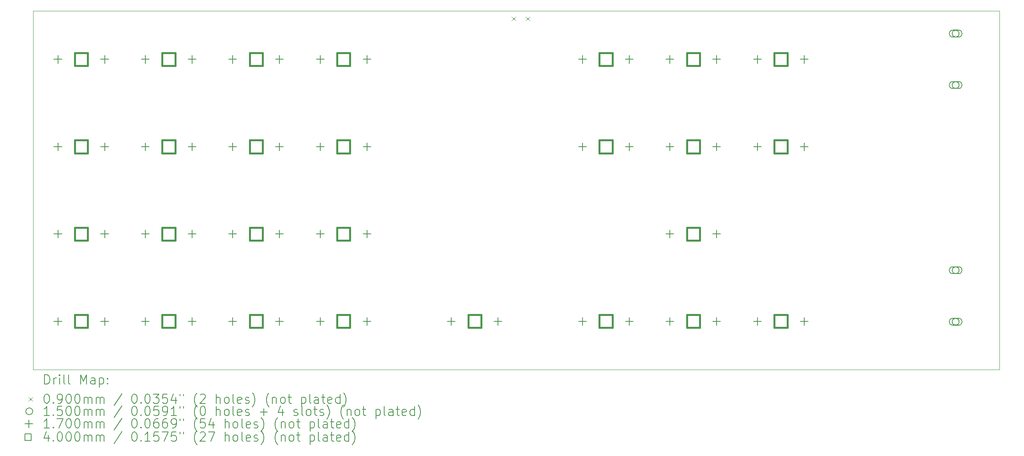
<source format=gbr>
%TF.GenerationSoftware,KiCad,Pcbnew,(6.0.7-1)-1*%
%TF.CreationDate,2022-09-14T08:57:57+02:00*%
%TF.ProjectId,yts-pcb,7974732d-7063-4622-9e6b-696361645f70,rev?*%
%TF.SameCoordinates,Original*%
%TF.FileFunction,Drillmap*%
%TF.FilePolarity,Positive*%
%FSLAX45Y45*%
G04 Gerber Fmt 4.5, Leading zero omitted, Abs format (unit mm)*
G04 Created by KiCad (PCBNEW (6.0.7-1)-1) date 2022-09-14 08:57:57*
%MOMM*%
%LPD*%
G01*
G04 APERTURE LIST*
%ADD10C,0.100000*%
%ADD11C,0.200000*%
%ADD12C,0.090000*%
%ADD13C,0.150000*%
%ADD14C,0.170000*%
%ADD15C,0.400000*%
G04 APERTURE END LIST*
D10*
X4000000Y-4100000D02*
X25000000Y-4100000D01*
X25000000Y-4100000D02*
X25000000Y-11900000D01*
X25000000Y-11900000D02*
X4000000Y-11900000D01*
X4000000Y-11900000D02*
X4000000Y-4100000D01*
D11*
D12*
X14405000Y-4222000D02*
X14495000Y-4312000D01*
X14495000Y-4222000D02*
X14405000Y-4312000D01*
X14705000Y-4222000D02*
X14795000Y-4312000D01*
X14795000Y-4222000D02*
X14705000Y-4312000D01*
D13*
X24125000Y-4590000D02*
G75*
G03*
X24125000Y-4590000I-75000J0D01*
G01*
D11*
X23985000Y-4665000D02*
X24115000Y-4665000D01*
X23985000Y-4515000D02*
X24115000Y-4515000D01*
X24115000Y-4665000D02*
G75*
G03*
X24115000Y-4515000I0J75000D01*
G01*
X23985000Y-4515000D02*
G75*
G03*
X23985000Y-4665000I0J-75000D01*
G01*
D13*
X24125000Y-5710000D02*
G75*
G03*
X24125000Y-5710000I-75000J0D01*
G01*
D11*
X23985000Y-5785000D02*
X24115000Y-5785000D01*
X23985000Y-5635000D02*
X24115000Y-5635000D01*
X24115000Y-5785000D02*
G75*
G03*
X24115000Y-5635000I0J75000D01*
G01*
X23985000Y-5635000D02*
G75*
G03*
X23985000Y-5785000I0J-75000D01*
G01*
D13*
X24125000Y-9740000D02*
G75*
G03*
X24125000Y-9740000I-75000J0D01*
G01*
D11*
X23985000Y-9815000D02*
X24115000Y-9815000D01*
X23985000Y-9665000D02*
X24115000Y-9665000D01*
X24115000Y-9815000D02*
G75*
G03*
X24115000Y-9665000I0J75000D01*
G01*
X23985000Y-9665000D02*
G75*
G03*
X23985000Y-9815000I0J-75000D01*
G01*
D13*
X24125000Y-10860000D02*
G75*
G03*
X24125000Y-10860000I-75000J0D01*
G01*
D11*
X23985000Y-10935000D02*
X24115000Y-10935000D01*
X23985000Y-10785000D02*
X24115000Y-10785000D01*
X24115000Y-10935000D02*
G75*
G03*
X24115000Y-10785000I0J75000D01*
G01*
X23985000Y-10785000D02*
G75*
G03*
X23985000Y-10935000I0J-75000D01*
G01*
D14*
X4542000Y-5065000D02*
X4542000Y-5235000D01*
X4457000Y-5150000D02*
X4627000Y-5150000D01*
X4542000Y-6965000D02*
X4542000Y-7135000D01*
X4457000Y-7050000D02*
X4627000Y-7050000D01*
X4542000Y-8865000D02*
X4542000Y-9035000D01*
X4457000Y-8950000D02*
X4627000Y-8950000D01*
X4542000Y-10765000D02*
X4542000Y-10935000D01*
X4457000Y-10850000D02*
X4627000Y-10850000D01*
X5558000Y-5065000D02*
X5558000Y-5235000D01*
X5473000Y-5150000D02*
X5643000Y-5150000D01*
X5558000Y-6965000D02*
X5558000Y-7135000D01*
X5473000Y-7050000D02*
X5643000Y-7050000D01*
X5558000Y-8865000D02*
X5558000Y-9035000D01*
X5473000Y-8950000D02*
X5643000Y-8950000D01*
X5558000Y-10765000D02*
X5558000Y-10935000D01*
X5473000Y-10850000D02*
X5643000Y-10850000D01*
X6442000Y-5065000D02*
X6442000Y-5235000D01*
X6357000Y-5150000D02*
X6527000Y-5150000D01*
X6442000Y-6965000D02*
X6442000Y-7135000D01*
X6357000Y-7050000D02*
X6527000Y-7050000D01*
X6442000Y-8865000D02*
X6442000Y-9035000D01*
X6357000Y-8950000D02*
X6527000Y-8950000D01*
X6442000Y-10765000D02*
X6442000Y-10935000D01*
X6357000Y-10850000D02*
X6527000Y-10850000D01*
X7458000Y-5065000D02*
X7458000Y-5235000D01*
X7373000Y-5150000D02*
X7543000Y-5150000D01*
X7458000Y-6965000D02*
X7458000Y-7135000D01*
X7373000Y-7050000D02*
X7543000Y-7050000D01*
X7458000Y-8865000D02*
X7458000Y-9035000D01*
X7373000Y-8950000D02*
X7543000Y-8950000D01*
X7458000Y-10765000D02*
X7458000Y-10935000D01*
X7373000Y-10850000D02*
X7543000Y-10850000D01*
X8342000Y-5065000D02*
X8342000Y-5235000D01*
X8257000Y-5150000D02*
X8427000Y-5150000D01*
X8342000Y-6965000D02*
X8342000Y-7135000D01*
X8257000Y-7050000D02*
X8427000Y-7050000D01*
X8342000Y-8865000D02*
X8342000Y-9035000D01*
X8257000Y-8950000D02*
X8427000Y-8950000D01*
X8342000Y-10765000D02*
X8342000Y-10935000D01*
X8257000Y-10850000D02*
X8427000Y-10850000D01*
X9358000Y-5065000D02*
X9358000Y-5235000D01*
X9273000Y-5150000D02*
X9443000Y-5150000D01*
X9358000Y-6965000D02*
X9358000Y-7135000D01*
X9273000Y-7050000D02*
X9443000Y-7050000D01*
X9358000Y-8865000D02*
X9358000Y-9035000D01*
X9273000Y-8950000D02*
X9443000Y-8950000D01*
X9358000Y-10765000D02*
X9358000Y-10935000D01*
X9273000Y-10850000D02*
X9443000Y-10850000D01*
X10242000Y-5065000D02*
X10242000Y-5235000D01*
X10157000Y-5150000D02*
X10327000Y-5150000D01*
X10242000Y-6965000D02*
X10242000Y-7135000D01*
X10157000Y-7050000D02*
X10327000Y-7050000D01*
X10242000Y-8865000D02*
X10242000Y-9035000D01*
X10157000Y-8950000D02*
X10327000Y-8950000D01*
X10242000Y-10765000D02*
X10242000Y-10935000D01*
X10157000Y-10850000D02*
X10327000Y-10850000D01*
X11258000Y-5065000D02*
X11258000Y-5235000D01*
X11173000Y-5150000D02*
X11343000Y-5150000D01*
X11258000Y-6965000D02*
X11258000Y-7135000D01*
X11173000Y-7050000D02*
X11343000Y-7050000D01*
X11258000Y-8865000D02*
X11258000Y-9035000D01*
X11173000Y-8950000D02*
X11343000Y-8950000D01*
X11258000Y-10765000D02*
X11258000Y-10935000D01*
X11173000Y-10850000D02*
X11343000Y-10850000D01*
X13092000Y-10765000D02*
X13092000Y-10935000D01*
X13007000Y-10850000D02*
X13177000Y-10850000D01*
X14108000Y-10765000D02*
X14108000Y-10935000D01*
X14023000Y-10850000D02*
X14193000Y-10850000D01*
X15942000Y-5065000D02*
X15942000Y-5235000D01*
X15857000Y-5150000D02*
X16027000Y-5150000D01*
X15942000Y-6965000D02*
X15942000Y-7135000D01*
X15857000Y-7050000D02*
X16027000Y-7050000D01*
X15942000Y-10765000D02*
X15942000Y-10935000D01*
X15857000Y-10850000D02*
X16027000Y-10850000D01*
X16958000Y-5065000D02*
X16958000Y-5235000D01*
X16873000Y-5150000D02*
X17043000Y-5150000D01*
X16958000Y-6965000D02*
X16958000Y-7135000D01*
X16873000Y-7050000D02*
X17043000Y-7050000D01*
X16958000Y-10765000D02*
X16958000Y-10935000D01*
X16873000Y-10850000D02*
X17043000Y-10850000D01*
X17842000Y-5065000D02*
X17842000Y-5235000D01*
X17757000Y-5150000D02*
X17927000Y-5150000D01*
X17842000Y-6965000D02*
X17842000Y-7135000D01*
X17757000Y-7050000D02*
X17927000Y-7050000D01*
X17842000Y-8865000D02*
X17842000Y-9035000D01*
X17757000Y-8950000D02*
X17927000Y-8950000D01*
X17842000Y-10765000D02*
X17842000Y-10935000D01*
X17757000Y-10850000D02*
X17927000Y-10850000D01*
X18858000Y-5065000D02*
X18858000Y-5235000D01*
X18773000Y-5150000D02*
X18943000Y-5150000D01*
X18858000Y-6965000D02*
X18858000Y-7135000D01*
X18773000Y-7050000D02*
X18943000Y-7050000D01*
X18858000Y-8865000D02*
X18858000Y-9035000D01*
X18773000Y-8950000D02*
X18943000Y-8950000D01*
X18858000Y-10765000D02*
X18858000Y-10935000D01*
X18773000Y-10850000D02*
X18943000Y-10850000D01*
X19742000Y-5065000D02*
X19742000Y-5235000D01*
X19657000Y-5150000D02*
X19827000Y-5150000D01*
X19742000Y-6965000D02*
X19742000Y-7135000D01*
X19657000Y-7050000D02*
X19827000Y-7050000D01*
X19742000Y-10765000D02*
X19742000Y-10935000D01*
X19657000Y-10850000D02*
X19827000Y-10850000D01*
X20758000Y-5065000D02*
X20758000Y-5235000D01*
X20673000Y-5150000D02*
X20843000Y-5150000D01*
X20758000Y-6965000D02*
X20758000Y-7135000D01*
X20673000Y-7050000D02*
X20843000Y-7050000D01*
X20758000Y-10765000D02*
X20758000Y-10935000D01*
X20673000Y-10850000D02*
X20843000Y-10850000D01*
D15*
X5191423Y-5291423D02*
X5191423Y-5008577D01*
X4908577Y-5008577D01*
X4908577Y-5291423D01*
X5191423Y-5291423D01*
X5191423Y-7191423D02*
X5191423Y-6908577D01*
X4908577Y-6908577D01*
X4908577Y-7191423D01*
X5191423Y-7191423D01*
X5191423Y-9091423D02*
X5191423Y-8808577D01*
X4908577Y-8808577D01*
X4908577Y-9091423D01*
X5191423Y-9091423D01*
X5191423Y-10991423D02*
X5191423Y-10708577D01*
X4908577Y-10708577D01*
X4908577Y-10991423D01*
X5191423Y-10991423D01*
X7091423Y-5291423D02*
X7091423Y-5008577D01*
X6808577Y-5008577D01*
X6808577Y-5291423D01*
X7091423Y-5291423D01*
X7091423Y-7191423D02*
X7091423Y-6908577D01*
X6808577Y-6908577D01*
X6808577Y-7191423D01*
X7091423Y-7191423D01*
X7091423Y-9091423D02*
X7091423Y-8808577D01*
X6808577Y-8808577D01*
X6808577Y-9091423D01*
X7091423Y-9091423D01*
X7091423Y-10991423D02*
X7091423Y-10708577D01*
X6808577Y-10708577D01*
X6808577Y-10991423D01*
X7091423Y-10991423D01*
X8991423Y-5291423D02*
X8991423Y-5008577D01*
X8708577Y-5008577D01*
X8708577Y-5291423D01*
X8991423Y-5291423D01*
X8991423Y-7191423D02*
X8991423Y-6908577D01*
X8708577Y-6908577D01*
X8708577Y-7191423D01*
X8991423Y-7191423D01*
X8991423Y-9091423D02*
X8991423Y-8808577D01*
X8708577Y-8808577D01*
X8708577Y-9091423D01*
X8991423Y-9091423D01*
X8991423Y-10991423D02*
X8991423Y-10708577D01*
X8708577Y-10708577D01*
X8708577Y-10991423D01*
X8991423Y-10991423D01*
X10891423Y-5291423D02*
X10891423Y-5008577D01*
X10608577Y-5008577D01*
X10608577Y-5291423D01*
X10891423Y-5291423D01*
X10891423Y-7191423D02*
X10891423Y-6908577D01*
X10608577Y-6908577D01*
X10608577Y-7191423D01*
X10891423Y-7191423D01*
X10891423Y-9091423D02*
X10891423Y-8808577D01*
X10608577Y-8808577D01*
X10608577Y-9091423D01*
X10891423Y-9091423D01*
X10891423Y-10991423D02*
X10891423Y-10708577D01*
X10608577Y-10708577D01*
X10608577Y-10991423D01*
X10891423Y-10991423D01*
X13741423Y-10991423D02*
X13741423Y-10708577D01*
X13458577Y-10708577D01*
X13458577Y-10991423D01*
X13741423Y-10991423D01*
X16591423Y-5291423D02*
X16591423Y-5008577D01*
X16308577Y-5008577D01*
X16308577Y-5291423D01*
X16591423Y-5291423D01*
X16591423Y-7191423D02*
X16591423Y-6908577D01*
X16308577Y-6908577D01*
X16308577Y-7191423D01*
X16591423Y-7191423D01*
X16591423Y-10991423D02*
X16591423Y-10708577D01*
X16308577Y-10708577D01*
X16308577Y-10991423D01*
X16591423Y-10991423D01*
X18491423Y-5291423D02*
X18491423Y-5008577D01*
X18208577Y-5008577D01*
X18208577Y-5291423D01*
X18491423Y-5291423D01*
X18491423Y-7191423D02*
X18491423Y-6908577D01*
X18208577Y-6908577D01*
X18208577Y-7191423D01*
X18491423Y-7191423D01*
X18491423Y-9091423D02*
X18491423Y-8808577D01*
X18208577Y-8808577D01*
X18208577Y-9091423D01*
X18491423Y-9091423D01*
X18491423Y-10991423D02*
X18491423Y-10708577D01*
X18208577Y-10708577D01*
X18208577Y-10991423D01*
X18491423Y-10991423D01*
X20391423Y-5291423D02*
X20391423Y-5008577D01*
X20108577Y-5008577D01*
X20108577Y-5291423D01*
X20391423Y-5291423D01*
X20391423Y-7191423D02*
X20391423Y-6908577D01*
X20108577Y-6908577D01*
X20108577Y-7191423D01*
X20391423Y-7191423D01*
X20391423Y-10991423D02*
X20391423Y-10708577D01*
X20108577Y-10708577D01*
X20108577Y-10991423D01*
X20391423Y-10991423D01*
D11*
X4252619Y-12215476D02*
X4252619Y-12015476D01*
X4300238Y-12015476D01*
X4328810Y-12025000D01*
X4347857Y-12044048D01*
X4357381Y-12063095D01*
X4366905Y-12101190D01*
X4366905Y-12129762D01*
X4357381Y-12167857D01*
X4347857Y-12186905D01*
X4328810Y-12205952D01*
X4300238Y-12215476D01*
X4252619Y-12215476D01*
X4452619Y-12215476D02*
X4452619Y-12082143D01*
X4452619Y-12120238D02*
X4462143Y-12101190D01*
X4471667Y-12091667D01*
X4490714Y-12082143D01*
X4509762Y-12082143D01*
X4576429Y-12215476D02*
X4576429Y-12082143D01*
X4576429Y-12015476D02*
X4566905Y-12025000D01*
X4576429Y-12034524D01*
X4585952Y-12025000D01*
X4576429Y-12015476D01*
X4576429Y-12034524D01*
X4700238Y-12215476D02*
X4681190Y-12205952D01*
X4671667Y-12186905D01*
X4671667Y-12015476D01*
X4805000Y-12215476D02*
X4785952Y-12205952D01*
X4776429Y-12186905D01*
X4776429Y-12015476D01*
X5033571Y-12215476D02*
X5033571Y-12015476D01*
X5100238Y-12158333D01*
X5166905Y-12015476D01*
X5166905Y-12215476D01*
X5347857Y-12215476D02*
X5347857Y-12110714D01*
X5338333Y-12091667D01*
X5319286Y-12082143D01*
X5281190Y-12082143D01*
X5262143Y-12091667D01*
X5347857Y-12205952D02*
X5328810Y-12215476D01*
X5281190Y-12215476D01*
X5262143Y-12205952D01*
X5252619Y-12186905D01*
X5252619Y-12167857D01*
X5262143Y-12148809D01*
X5281190Y-12139286D01*
X5328810Y-12139286D01*
X5347857Y-12129762D01*
X5443095Y-12082143D02*
X5443095Y-12282143D01*
X5443095Y-12091667D02*
X5462143Y-12082143D01*
X5500238Y-12082143D01*
X5519286Y-12091667D01*
X5528810Y-12101190D01*
X5538333Y-12120238D01*
X5538333Y-12177381D01*
X5528810Y-12196428D01*
X5519286Y-12205952D01*
X5500238Y-12215476D01*
X5462143Y-12215476D01*
X5443095Y-12205952D01*
X5624048Y-12196428D02*
X5633571Y-12205952D01*
X5624048Y-12215476D01*
X5614524Y-12205952D01*
X5624048Y-12196428D01*
X5624048Y-12215476D01*
X5624048Y-12091667D02*
X5633571Y-12101190D01*
X5624048Y-12110714D01*
X5614524Y-12101190D01*
X5624048Y-12091667D01*
X5624048Y-12110714D01*
D12*
X3905000Y-12500000D02*
X3995000Y-12590000D01*
X3995000Y-12500000D02*
X3905000Y-12590000D01*
D11*
X4290714Y-12435476D02*
X4309762Y-12435476D01*
X4328810Y-12445000D01*
X4338333Y-12454524D01*
X4347857Y-12473571D01*
X4357381Y-12511667D01*
X4357381Y-12559286D01*
X4347857Y-12597381D01*
X4338333Y-12616428D01*
X4328810Y-12625952D01*
X4309762Y-12635476D01*
X4290714Y-12635476D01*
X4271667Y-12625952D01*
X4262143Y-12616428D01*
X4252619Y-12597381D01*
X4243095Y-12559286D01*
X4243095Y-12511667D01*
X4252619Y-12473571D01*
X4262143Y-12454524D01*
X4271667Y-12445000D01*
X4290714Y-12435476D01*
X4443095Y-12616428D02*
X4452619Y-12625952D01*
X4443095Y-12635476D01*
X4433571Y-12625952D01*
X4443095Y-12616428D01*
X4443095Y-12635476D01*
X4547857Y-12635476D02*
X4585952Y-12635476D01*
X4605000Y-12625952D01*
X4614524Y-12616428D01*
X4633571Y-12587857D01*
X4643095Y-12549762D01*
X4643095Y-12473571D01*
X4633571Y-12454524D01*
X4624048Y-12445000D01*
X4605000Y-12435476D01*
X4566905Y-12435476D01*
X4547857Y-12445000D01*
X4538333Y-12454524D01*
X4528810Y-12473571D01*
X4528810Y-12521190D01*
X4538333Y-12540238D01*
X4547857Y-12549762D01*
X4566905Y-12559286D01*
X4605000Y-12559286D01*
X4624048Y-12549762D01*
X4633571Y-12540238D01*
X4643095Y-12521190D01*
X4766905Y-12435476D02*
X4785952Y-12435476D01*
X4805000Y-12445000D01*
X4814524Y-12454524D01*
X4824048Y-12473571D01*
X4833571Y-12511667D01*
X4833571Y-12559286D01*
X4824048Y-12597381D01*
X4814524Y-12616428D01*
X4805000Y-12625952D01*
X4785952Y-12635476D01*
X4766905Y-12635476D01*
X4747857Y-12625952D01*
X4738333Y-12616428D01*
X4728810Y-12597381D01*
X4719286Y-12559286D01*
X4719286Y-12511667D01*
X4728810Y-12473571D01*
X4738333Y-12454524D01*
X4747857Y-12445000D01*
X4766905Y-12435476D01*
X4957381Y-12435476D02*
X4976429Y-12435476D01*
X4995476Y-12445000D01*
X5005000Y-12454524D01*
X5014524Y-12473571D01*
X5024048Y-12511667D01*
X5024048Y-12559286D01*
X5014524Y-12597381D01*
X5005000Y-12616428D01*
X4995476Y-12625952D01*
X4976429Y-12635476D01*
X4957381Y-12635476D01*
X4938333Y-12625952D01*
X4928810Y-12616428D01*
X4919286Y-12597381D01*
X4909762Y-12559286D01*
X4909762Y-12511667D01*
X4919286Y-12473571D01*
X4928810Y-12454524D01*
X4938333Y-12445000D01*
X4957381Y-12435476D01*
X5109762Y-12635476D02*
X5109762Y-12502143D01*
X5109762Y-12521190D02*
X5119286Y-12511667D01*
X5138333Y-12502143D01*
X5166905Y-12502143D01*
X5185952Y-12511667D01*
X5195476Y-12530714D01*
X5195476Y-12635476D01*
X5195476Y-12530714D02*
X5205000Y-12511667D01*
X5224048Y-12502143D01*
X5252619Y-12502143D01*
X5271667Y-12511667D01*
X5281190Y-12530714D01*
X5281190Y-12635476D01*
X5376429Y-12635476D02*
X5376429Y-12502143D01*
X5376429Y-12521190D02*
X5385952Y-12511667D01*
X5405000Y-12502143D01*
X5433571Y-12502143D01*
X5452619Y-12511667D01*
X5462143Y-12530714D01*
X5462143Y-12635476D01*
X5462143Y-12530714D02*
X5471667Y-12511667D01*
X5490714Y-12502143D01*
X5519286Y-12502143D01*
X5538333Y-12511667D01*
X5547857Y-12530714D01*
X5547857Y-12635476D01*
X5938333Y-12425952D02*
X5766905Y-12683095D01*
X6195476Y-12435476D02*
X6214524Y-12435476D01*
X6233571Y-12445000D01*
X6243095Y-12454524D01*
X6252619Y-12473571D01*
X6262143Y-12511667D01*
X6262143Y-12559286D01*
X6252619Y-12597381D01*
X6243095Y-12616428D01*
X6233571Y-12625952D01*
X6214524Y-12635476D01*
X6195476Y-12635476D01*
X6176428Y-12625952D01*
X6166905Y-12616428D01*
X6157381Y-12597381D01*
X6147857Y-12559286D01*
X6147857Y-12511667D01*
X6157381Y-12473571D01*
X6166905Y-12454524D01*
X6176428Y-12445000D01*
X6195476Y-12435476D01*
X6347857Y-12616428D02*
X6357381Y-12625952D01*
X6347857Y-12635476D01*
X6338333Y-12625952D01*
X6347857Y-12616428D01*
X6347857Y-12635476D01*
X6481190Y-12435476D02*
X6500238Y-12435476D01*
X6519286Y-12445000D01*
X6528809Y-12454524D01*
X6538333Y-12473571D01*
X6547857Y-12511667D01*
X6547857Y-12559286D01*
X6538333Y-12597381D01*
X6528809Y-12616428D01*
X6519286Y-12625952D01*
X6500238Y-12635476D01*
X6481190Y-12635476D01*
X6462143Y-12625952D01*
X6452619Y-12616428D01*
X6443095Y-12597381D01*
X6433571Y-12559286D01*
X6433571Y-12511667D01*
X6443095Y-12473571D01*
X6452619Y-12454524D01*
X6462143Y-12445000D01*
X6481190Y-12435476D01*
X6614524Y-12435476D02*
X6738333Y-12435476D01*
X6671667Y-12511667D01*
X6700238Y-12511667D01*
X6719286Y-12521190D01*
X6728809Y-12530714D01*
X6738333Y-12549762D01*
X6738333Y-12597381D01*
X6728809Y-12616428D01*
X6719286Y-12625952D01*
X6700238Y-12635476D01*
X6643095Y-12635476D01*
X6624048Y-12625952D01*
X6614524Y-12616428D01*
X6919286Y-12435476D02*
X6824048Y-12435476D01*
X6814524Y-12530714D01*
X6824048Y-12521190D01*
X6843095Y-12511667D01*
X6890714Y-12511667D01*
X6909762Y-12521190D01*
X6919286Y-12530714D01*
X6928809Y-12549762D01*
X6928809Y-12597381D01*
X6919286Y-12616428D01*
X6909762Y-12625952D01*
X6890714Y-12635476D01*
X6843095Y-12635476D01*
X6824048Y-12625952D01*
X6814524Y-12616428D01*
X7100238Y-12502143D02*
X7100238Y-12635476D01*
X7052619Y-12425952D02*
X7005000Y-12568809D01*
X7128809Y-12568809D01*
X7195476Y-12435476D02*
X7195476Y-12473571D01*
X7271667Y-12435476D02*
X7271667Y-12473571D01*
X7566905Y-12711667D02*
X7557381Y-12702143D01*
X7538333Y-12673571D01*
X7528809Y-12654524D01*
X7519286Y-12625952D01*
X7509762Y-12578333D01*
X7509762Y-12540238D01*
X7519286Y-12492619D01*
X7528809Y-12464048D01*
X7538333Y-12445000D01*
X7557381Y-12416428D01*
X7566905Y-12406905D01*
X7633571Y-12454524D02*
X7643095Y-12445000D01*
X7662143Y-12435476D01*
X7709762Y-12435476D01*
X7728809Y-12445000D01*
X7738333Y-12454524D01*
X7747857Y-12473571D01*
X7747857Y-12492619D01*
X7738333Y-12521190D01*
X7624048Y-12635476D01*
X7747857Y-12635476D01*
X7985952Y-12635476D02*
X7985952Y-12435476D01*
X8071667Y-12635476D02*
X8071667Y-12530714D01*
X8062143Y-12511667D01*
X8043095Y-12502143D01*
X8014524Y-12502143D01*
X7995476Y-12511667D01*
X7985952Y-12521190D01*
X8195476Y-12635476D02*
X8176428Y-12625952D01*
X8166905Y-12616428D01*
X8157381Y-12597381D01*
X8157381Y-12540238D01*
X8166905Y-12521190D01*
X8176428Y-12511667D01*
X8195476Y-12502143D01*
X8224048Y-12502143D01*
X8243095Y-12511667D01*
X8252619Y-12521190D01*
X8262143Y-12540238D01*
X8262143Y-12597381D01*
X8252619Y-12616428D01*
X8243095Y-12625952D01*
X8224048Y-12635476D01*
X8195476Y-12635476D01*
X8376428Y-12635476D02*
X8357381Y-12625952D01*
X8347857Y-12606905D01*
X8347857Y-12435476D01*
X8528810Y-12625952D02*
X8509762Y-12635476D01*
X8471667Y-12635476D01*
X8452619Y-12625952D01*
X8443095Y-12606905D01*
X8443095Y-12530714D01*
X8452619Y-12511667D01*
X8471667Y-12502143D01*
X8509762Y-12502143D01*
X8528810Y-12511667D01*
X8538333Y-12530714D01*
X8538333Y-12549762D01*
X8443095Y-12568809D01*
X8614524Y-12625952D02*
X8633571Y-12635476D01*
X8671667Y-12635476D01*
X8690714Y-12625952D01*
X8700238Y-12606905D01*
X8700238Y-12597381D01*
X8690714Y-12578333D01*
X8671667Y-12568809D01*
X8643095Y-12568809D01*
X8624048Y-12559286D01*
X8614524Y-12540238D01*
X8614524Y-12530714D01*
X8624048Y-12511667D01*
X8643095Y-12502143D01*
X8671667Y-12502143D01*
X8690714Y-12511667D01*
X8766905Y-12711667D02*
X8776429Y-12702143D01*
X8795476Y-12673571D01*
X8805000Y-12654524D01*
X8814524Y-12625952D01*
X8824048Y-12578333D01*
X8824048Y-12540238D01*
X8814524Y-12492619D01*
X8805000Y-12464048D01*
X8795476Y-12445000D01*
X8776429Y-12416428D01*
X8766905Y-12406905D01*
X9128810Y-12711667D02*
X9119286Y-12702143D01*
X9100238Y-12673571D01*
X9090714Y-12654524D01*
X9081190Y-12625952D01*
X9071667Y-12578333D01*
X9071667Y-12540238D01*
X9081190Y-12492619D01*
X9090714Y-12464048D01*
X9100238Y-12445000D01*
X9119286Y-12416428D01*
X9128810Y-12406905D01*
X9205000Y-12502143D02*
X9205000Y-12635476D01*
X9205000Y-12521190D02*
X9214524Y-12511667D01*
X9233571Y-12502143D01*
X9262143Y-12502143D01*
X9281190Y-12511667D01*
X9290714Y-12530714D01*
X9290714Y-12635476D01*
X9414524Y-12635476D02*
X9395476Y-12625952D01*
X9385952Y-12616428D01*
X9376429Y-12597381D01*
X9376429Y-12540238D01*
X9385952Y-12521190D01*
X9395476Y-12511667D01*
X9414524Y-12502143D01*
X9443095Y-12502143D01*
X9462143Y-12511667D01*
X9471667Y-12521190D01*
X9481190Y-12540238D01*
X9481190Y-12597381D01*
X9471667Y-12616428D01*
X9462143Y-12625952D01*
X9443095Y-12635476D01*
X9414524Y-12635476D01*
X9538333Y-12502143D02*
X9614524Y-12502143D01*
X9566905Y-12435476D02*
X9566905Y-12606905D01*
X9576429Y-12625952D01*
X9595476Y-12635476D01*
X9614524Y-12635476D01*
X9833571Y-12502143D02*
X9833571Y-12702143D01*
X9833571Y-12511667D02*
X9852619Y-12502143D01*
X9890714Y-12502143D01*
X9909762Y-12511667D01*
X9919286Y-12521190D01*
X9928810Y-12540238D01*
X9928810Y-12597381D01*
X9919286Y-12616428D01*
X9909762Y-12625952D01*
X9890714Y-12635476D01*
X9852619Y-12635476D01*
X9833571Y-12625952D01*
X10043095Y-12635476D02*
X10024048Y-12625952D01*
X10014524Y-12606905D01*
X10014524Y-12435476D01*
X10205000Y-12635476D02*
X10205000Y-12530714D01*
X10195476Y-12511667D01*
X10176429Y-12502143D01*
X10138333Y-12502143D01*
X10119286Y-12511667D01*
X10205000Y-12625952D02*
X10185952Y-12635476D01*
X10138333Y-12635476D01*
X10119286Y-12625952D01*
X10109762Y-12606905D01*
X10109762Y-12587857D01*
X10119286Y-12568809D01*
X10138333Y-12559286D01*
X10185952Y-12559286D01*
X10205000Y-12549762D01*
X10271667Y-12502143D02*
X10347857Y-12502143D01*
X10300238Y-12435476D02*
X10300238Y-12606905D01*
X10309762Y-12625952D01*
X10328810Y-12635476D01*
X10347857Y-12635476D01*
X10490714Y-12625952D02*
X10471667Y-12635476D01*
X10433571Y-12635476D01*
X10414524Y-12625952D01*
X10405000Y-12606905D01*
X10405000Y-12530714D01*
X10414524Y-12511667D01*
X10433571Y-12502143D01*
X10471667Y-12502143D01*
X10490714Y-12511667D01*
X10500238Y-12530714D01*
X10500238Y-12549762D01*
X10405000Y-12568809D01*
X10671667Y-12635476D02*
X10671667Y-12435476D01*
X10671667Y-12625952D02*
X10652619Y-12635476D01*
X10614524Y-12635476D01*
X10595476Y-12625952D01*
X10585952Y-12616428D01*
X10576429Y-12597381D01*
X10576429Y-12540238D01*
X10585952Y-12521190D01*
X10595476Y-12511667D01*
X10614524Y-12502143D01*
X10652619Y-12502143D01*
X10671667Y-12511667D01*
X10747857Y-12711667D02*
X10757381Y-12702143D01*
X10776429Y-12673571D01*
X10785952Y-12654524D01*
X10795476Y-12625952D01*
X10805000Y-12578333D01*
X10805000Y-12540238D01*
X10795476Y-12492619D01*
X10785952Y-12464048D01*
X10776429Y-12445000D01*
X10757381Y-12416428D01*
X10747857Y-12406905D01*
D13*
X3995000Y-12809000D02*
G75*
G03*
X3995000Y-12809000I-75000J0D01*
G01*
D11*
X4357381Y-12899476D02*
X4243095Y-12899476D01*
X4300238Y-12899476D02*
X4300238Y-12699476D01*
X4281190Y-12728048D01*
X4262143Y-12747095D01*
X4243095Y-12756619D01*
X4443095Y-12880428D02*
X4452619Y-12889952D01*
X4443095Y-12899476D01*
X4433571Y-12889952D01*
X4443095Y-12880428D01*
X4443095Y-12899476D01*
X4633571Y-12699476D02*
X4538333Y-12699476D01*
X4528810Y-12794714D01*
X4538333Y-12785190D01*
X4557381Y-12775667D01*
X4605000Y-12775667D01*
X4624048Y-12785190D01*
X4633571Y-12794714D01*
X4643095Y-12813762D01*
X4643095Y-12861381D01*
X4633571Y-12880428D01*
X4624048Y-12889952D01*
X4605000Y-12899476D01*
X4557381Y-12899476D01*
X4538333Y-12889952D01*
X4528810Y-12880428D01*
X4766905Y-12699476D02*
X4785952Y-12699476D01*
X4805000Y-12709000D01*
X4814524Y-12718524D01*
X4824048Y-12737571D01*
X4833571Y-12775667D01*
X4833571Y-12823286D01*
X4824048Y-12861381D01*
X4814524Y-12880428D01*
X4805000Y-12889952D01*
X4785952Y-12899476D01*
X4766905Y-12899476D01*
X4747857Y-12889952D01*
X4738333Y-12880428D01*
X4728810Y-12861381D01*
X4719286Y-12823286D01*
X4719286Y-12775667D01*
X4728810Y-12737571D01*
X4738333Y-12718524D01*
X4747857Y-12709000D01*
X4766905Y-12699476D01*
X4957381Y-12699476D02*
X4976429Y-12699476D01*
X4995476Y-12709000D01*
X5005000Y-12718524D01*
X5014524Y-12737571D01*
X5024048Y-12775667D01*
X5024048Y-12823286D01*
X5014524Y-12861381D01*
X5005000Y-12880428D01*
X4995476Y-12889952D01*
X4976429Y-12899476D01*
X4957381Y-12899476D01*
X4938333Y-12889952D01*
X4928810Y-12880428D01*
X4919286Y-12861381D01*
X4909762Y-12823286D01*
X4909762Y-12775667D01*
X4919286Y-12737571D01*
X4928810Y-12718524D01*
X4938333Y-12709000D01*
X4957381Y-12699476D01*
X5109762Y-12899476D02*
X5109762Y-12766143D01*
X5109762Y-12785190D02*
X5119286Y-12775667D01*
X5138333Y-12766143D01*
X5166905Y-12766143D01*
X5185952Y-12775667D01*
X5195476Y-12794714D01*
X5195476Y-12899476D01*
X5195476Y-12794714D02*
X5205000Y-12775667D01*
X5224048Y-12766143D01*
X5252619Y-12766143D01*
X5271667Y-12775667D01*
X5281190Y-12794714D01*
X5281190Y-12899476D01*
X5376429Y-12899476D02*
X5376429Y-12766143D01*
X5376429Y-12785190D02*
X5385952Y-12775667D01*
X5405000Y-12766143D01*
X5433571Y-12766143D01*
X5452619Y-12775667D01*
X5462143Y-12794714D01*
X5462143Y-12899476D01*
X5462143Y-12794714D02*
X5471667Y-12775667D01*
X5490714Y-12766143D01*
X5519286Y-12766143D01*
X5538333Y-12775667D01*
X5547857Y-12794714D01*
X5547857Y-12899476D01*
X5938333Y-12689952D02*
X5766905Y-12947095D01*
X6195476Y-12699476D02*
X6214524Y-12699476D01*
X6233571Y-12709000D01*
X6243095Y-12718524D01*
X6252619Y-12737571D01*
X6262143Y-12775667D01*
X6262143Y-12823286D01*
X6252619Y-12861381D01*
X6243095Y-12880428D01*
X6233571Y-12889952D01*
X6214524Y-12899476D01*
X6195476Y-12899476D01*
X6176428Y-12889952D01*
X6166905Y-12880428D01*
X6157381Y-12861381D01*
X6147857Y-12823286D01*
X6147857Y-12775667D01*
X6157381Y-12737571D01*
X6166905Y-12718524D01*
X6176428Y-12709000D01*
X6195476Y-12699476D01*
X6347857Y-12880428D02*
X6357381Y-12889952D01*
X6347857Y-12899476D01*
X6338333Y-12889952D01*
X6347857Y-12880428D01*
X6347857Y-12899476D01*
X6481190Y-12699476D02*
X6500238Y-12699476D01*
X6519286Y-12709000D01*
X6528809Y-12718524D01*
X6538333Y-12737571D01*
X6547857Y-12775667D01*
X6547857Y-12823286D01*
X6538333Y-12861381D01*
X6528809Y-12880428D01*
X6519286Y-12889952D01*
X6500238Y-12899476D01*
X6481190Y-12899476D01*
X6462143Y-12889952D01*
X6452619Y-12880428D01*
X6443095Y-12861381D01*
X6433571Y-12823286D01*
X6433571Y-12775667D01*
X6443095Y-12737571D01*
X6452619Y-12718524D01*
X6462143Y-12709000D01*
X6481190Y-12699476D01*
X6728809Y-12699476D02*
X6633571Y-12699476D01*
X6624048Y-12794714D01*
X6633571Y-12785190D01*
X6652619Y-12775667D01*
X6700238Y-12775667D01*
X6719286Y-12785190D01*
X6728809Y-12794714D01*
X6738333Y-12813762D01*
X6738333Y-12861381D01*
X6728809Y-12880428D01*
X6719286Y-12889952D01*
X6700238Y-12899476D01*
X6652619Y-12899476D01*
X6633571Y-12889952D01*
X6624048Y-12880428D01*
X6833571Y-12899476D02*
X6871667Y-12899476D01*
X6890714Y-12889952D01*
X6900238Y-12880428D01*
X6919286Y-12851857D01*
X6928809Y-12813762D01*
X6928809Y-12737571D01*
X6919286Y-12718524D01*
X6909762Y-12709000D01*
X6890714Y-12699476D01*
X6852619Y-12699476D01*
X6833571Y-12709000D01*
X6824048Y-12718524D01*
X6814524Y-12737571D01*
X6814524Y-12785190D01*
X6824048Y-12804238D01*
X6833571Y-12813762D01*
X6852619Y-12823286D01*
X6890714Y-12823286D01*
X6909762Y-12813762D01*
X6919286Y-12804238D01*
X6928809Y-12785190D01*
X7119286Y-12899476D02*
X7005000Y-12899476D01*
X7062143Y-12899476D02*
X7062143Y-12699476D01*
X7043095Y-12728048D01*
X7024048Y-12747095D01*
X7005000Y-12756619D01*
X7195476Y-12699476D02*
X7195476Y-12737571D01*
X7271667Y-12699476D02*
X7271667Y-12737571D01*
X7566905Y-12975667D02*
X7557381Y-12966143D01*
X7538333Y-12937571D01*
X7528809Y-12918524D01*
X7519286Y-12889952D01*
X7509762Y-12842333D01*
X7509762Y-12804238D01*
X7519286Y-12756619D01*
X7528809Y-12728048D01*
X7538333Y-12709000D01*
X7557381Y-12680428D01*
X7566905Y-12670905D01*
X7681190Y-12699476D02*
X7700238Y-12699476D01*
X7719286Y-12709000D01*
X7728809Y-12718524D01*
X7738333Y-12737571D01*
X7747857Y-12775667D01*
X7747857Y-12823286D01*
X7738333Y-12861381D01*
X7728809Y-12880428D01*
X7719286Y-12889952D01*
X7700238Y-12899476D01*
X7681190Y-12899476D01*
X7662143Y-12889952D01*
X7652619Y-12880428D01*
X7643095Y-12861381D01*
X7633571Y-12823286D01*
X7633571Y-12775667D01*
X7643095Y-12737571D01*
X7652619Y-12718524D01*
X7662143Y-12709000D01*
X7681190Y-12699476D01*
X7985952Y-12899476D02*
X7985952Y-12699476D01*
X8071667Y-12899476D02*
X8071667Y-12794714D01*
X8062143Y-12775667D01*
X8043095Y-12766143D01*
X8014524Y-12766143D01*
X7995476Y-12775667D01*
X7985952Y-12785190D01*
X8195476Y-12899476D02*
X8176428Y-12889952D01*
X8166905Y-12880428D01*
X8157381Y-12861381D01*
X8157381Y-12804238D01*
X8166905Y-12785190D01*
X8176428Y-12775667D01*
X8195476Y-12766143D01*
X8224048Y-12766143D01*
X8243095Y-12775667D01*
X8252619Y-12785190D01*
X8262143Y-12804238D01*
X8262143Y-12861381D01*
X8252619Y-12880428D01*
X8243095Y-12889952D01*
X8224048Y-12899476D01*
X8195476Y-12899476D01*
X8376428Y-12899476D02*
X8357381Y-12889952D01*
X8347857Y-12870905D01*
X8347857Y-12699476D01*
X8528810Y-12889952D02*
X8509762Y-12899476D01*
X8471667Y-12899476D01*
X8452619Y-12889952D01*
X8443095Y-12870905D01*
X8443095Y-12794714D01*
X8452619Y-12775667D01*
X8471667Y-12766143D01*
X8509762Y-12766143D01*
X8528810Y-12775667D01*
X8538333Y-12794714D01*
X8538333Y-12813762D01*
X8443095Y-12832809D01*
X8614524Y-12889952D02*
X8633571Y-12899476D01*
X8671667Y-12899476D01*
X8690714Y-12889952D01*
X8700238Y-12870905D01*
X8700238Y-12861381D01*
X8690714Y-12842333D01*
X8671667Y-12832809D01*
X8643095Y-12832809D01*
X8624048Y-12823286D01*
X8614524Y-12804238D01*
X8614524Y-12794714D01*
X8624048Y-12775667D01*
X8643095Y-12766143D01*
X8671667Y-12766143D01*
X8690714Y-12775667D01*
X8938333Y-12823286D02*
X9090714Y-12823286D01*
X9014524Y-12899476D02*
X9014524Y-12747095D01*
X9424048Y-12766143D02*
X9424048Y-12899476D01*
X9376429Y-12689952D02*
X9328810Y-12832809D01*
X9452619Y-12832809D01*
X9671667Y-12889952D02*
X9690714Y-12899476D01*
X9728810Y-12899476D01*
X9747857Y-12889952D01*
X9757381Y-12870905D01*
X9757381Y-12861381D01*
X9747857Y-12842333D01*
X9728810Y-12832809D01*
X9700238Y-12832809D01*
X9681190Y-12823286D01*
X9671667Y-12804238D01*
X9671667Y-12794714D01*
X9681190Y-12775667D01*
X9700238Y-12766143D01*
X9728810Y-12766143D01*
X9747857Y-12775667D01*
X9871667Y-12899476D02*
X9852619Y-12889952D01*
X9843095Y-12870905D01*
X9843095Y-12699476D01*
X9976429Y-12899476D02*
X9957381Y-12889952D01*
X9947857Y-12880428D01*
X9938333Y-12861381D01*
X9938333Y-12804238D01*
X9947857Y-12785190D01*
X9957381Y-12775667D01*
X9976429Y-12766143D01*
X10005000Y-12766143D01*
X10024048Y-12775667D01*
X10033571Y-12785190D01*
X10043095Y-12804238D01*
X10043095Y-12861381D01*
X10033571Y-12880428D01*
X10024048Y-12889952D01*
X10005000Y-12899476D01*
X9976429Y-12899476D01*
X10100238Y-12766143D02*
X10176429Y-12766143D01*
X10128810Y-12699476D02*
X10128810Y-12870905D01*
X10138333Y-12889952D01*
X10157381Y-12899476D01*
X10176429Y-12899476D01*
X10233571Y-12889952D02*
X10252619Y-12899476D01*
X10290714Y-12899476D01*
X10309762Y-12889952D01*
X10319286Y-12870905D01*
X10319286Y-12861381D01*
X10309762Y-12842333D01*
X10290714Y-12832809D01*
X10262143Y-12832809D01*
X10243095Y-12823286D01*
X10233571Y-12804238D01*
X10233571Y-12794714D01*
X10243095Y-12775667D01*
X10262143Y-12766143D01*
X10290714Y-12766143D01*
X10309762Y-12775667D01*
X10385952Y-12975667D02*
X10395476Y-12966143D01*
X10414524Y-12937571D01*
X10424048Y-12918524D01*
X10433571Y-12889952D01*
X10443095Y-12842333D01*
X10443095Y-12804238D01*
X10433571Y-12756619D01*
X10424048Y-12728048D01*
X10414524Y-12709000D01*
X10395476Y-12680428D01*
X10385952Y-12670905D01*
X10747857Y-12975667D02*
X10738333Y-12966143D01*
X10719286Y-12937571D01*
X10709762Y-12918524D01*
X10700238Y-12889952D01*
X10690714Y-12842333D01*
X10690714Y-12804238D01*
X10700238Y-12756619D01*
X10709762Y-12728048D01*
X10719286Y-12709000D01*
X10738333Y-12680428D01*
X10747857Y-12670905D01*
X10824048Y-12766143D02*
X10824048Y-12899476D01*
X10824048Y-12785190D02*
X10833571Y-12775667D01*
X10852619Y-12766143D01*
X10881190Y-12766143D01*
X10900238Y-12775667D01*
X10909762Y-12794714D01*
X10909762Y-12899476D01*
X11033571Y-12899476D02*
X11014524Y-12889952D01*
X11005000Y-12880428D01*
X10995476Y-12861381D01*
X10995476Y-12804238D01*
X11005000Y-12785190D01*
X11014524Y-12775667D01*
X11033571Y-12766143D01*
X11062143Y-12766143D01*
X11081190Y-12775667D01*
X11090714Y-12785190D01*
X11100238Y-12804238D01*
X11100238Y-12861381D01*
X11090714Y-12880428D01*
X11081190Y-12889952D01*
X11062143Y-12899476D01*
X11033571Y-12899476D01*
X11157381Y-12766143D02*
X11233571Y-12766143D01*
X11185952Y-12699476D02*
X11185952Y-12870905D01*
X11195476Y-12889952D01*
X11214524Y-12899476D01*
X11233571Y-12899476D01*
X11452619Y-12766143D02*
X11452619Y-12966143D01*
X11452619Y-12775667D02*
X11471667Y-12766143D01*
X11509762Y-12766143D01*
X11528809Y-12775667D01*
X11538333Y-12785190D01*
X11547857Y-12804238D01*
X11547857Y-12861381D01*
X11538333Y-12880428D01*
X11528809Y-12889952D01*
X11509762Y-12899476D01*
X11471667Y-12899476D01*
X11452619Y-12889952D01*
X11662143Y-12899476D02*
X11643095Y-12889952D01*
X11633571Y-12870905D01*
X11633571Y-12699476D01*
X11824048Y-12899476D02*
X11824048Y-12794714D01*
X11814524Y-12775667D01*
X11795476Y-12766143D01*
X11757381Y-12766143D01*
X11738333Y-12775667D01*
X11824048Y-12889952D02*
X11805000Y-12899476D01*
X11757381Y-12899476D01*
X11738333Y-12889952D01*
X11728809Y-12870905D01*
X11728809Y-12851857D01*
X11738333Y-12832809D01*
X11757381Y-12823286D01*
X11805000Y-12823286D01*
X11824048Y-12813762D01*
X11890714Y-12766143D02*
X11966905Y-12766143D01*
X11919286Y-12699476D02*
X11919286Y-12870905D01*
X11928809Y-12889952D01*
X11947857Y-12899476D01*
X11966905Y-12899476D01*
X12109762Y-12889952D02*
X12090714Y-12899476D01*
X12052619Y-12899476D01*
X12033571Y-12889952D01*
X12024048Y-12870905D01*
X12024048Y-12794714D01*
X12033571Y-12775667D01*
X12052619Y-12766143D01*
X12090714Y-12766143D01*
X12109762Y-12775667D01*
X12119286Y-12794714D01*
X12119286Y-12813762D01*
X12024048Y-12832809D01*
X12290714Y-12899476D02*
X12290714Y-12699476D01*
X12290714Y-12889952D02*
X12271667Y-12899476D01*
X12233571Y-12899476D01*
X12214524Y-12889952D01*
X12205000Y-12880428D01*
X12195476Y-12861381D01*
X12195476Y-12804238D01*
X12205000Y-12785190D01*
X12214524Y-12775667D01*
X12233571Y-12766143D01*
X12271667Y-12766143D01*
X12290714Y-12775667D01*
X12366905Y-12975667D02*
X12376428Y-12966143D01*
X12395476Y-12937571D01*
X12405000Y-12918524D01*
X12414524Y-12889952D01*
X12424048Y-12842333D01*
X12424048Y-12804238D01*
X12414524Y-12756619D01*
X12405000Y-12728048D01*
X12395476Y-12709000D01*
X12376428Y-12680428D01*
X12366905Y-12670905D01*
D14*
X3910000Y-12994000D02*
X3910000Y-13164000D01*
X3825000Y-13079000D02*
X3995000Y-13079000D01*
D11*
X4357381Y-13169476D02*
X4243095Y-13169476D01*
X4300238Y-13169476D02*
X4300238Y-12969476D01*
X4281190Y-12998048D01*
X4262143Y-13017095D01*
X4243095Y-13026619D01*
X4443095Y-13150428D02*
X4452619Y-13159952D01*
X4443095Y-13169476D01*
X4433571Y-13159952D01*
X4443095Y-13150428D01*
X4443095Y-13169476D01*
X4519286Y-12969476D02*
X4652619Y-12969476D01*
X4566905Y-13169476D01*
X4766905Y-12969476D02*
X4785952Y-12969476D01*
X4805000Y-12979000D01*
X4814524Y-12988524D01*
X4824048Y-13007571D01*
X4833571Y-13045667D01*
X4833571Y-13093286D01*
X4824048Y-13131381D01*
X4814524Y-13150428D01*
X4805000Y-13159952D01*
X4785952Y-13169476D01*
X4766905Y-13169476D01*
X4747857Y-13159952D01*
X4738333Y-13150428D01*
X4728810Y-13131381D01*
X4719286Y-13093286D01*
X4719286Y-13045667D01*
X4728810Y-13007571D01*
X4738333Y-12988524D01*
X4747857Y-12979000D01*
X4766905Y-12969476D01*
X4957381Y-12969476D02*
X4976429Y-12969476D01*
X4995476Y-12979000D01*
X5005000Y-12988524D01*
X5014524Y-13007571D01*
X5024048Y-13045667D01*
X5024048Y-13093286D01*
X5014524Y-13131381D01*
X5005000Y-13150428D01*
X4995476Y-13159952D01*
X4976429Y-13169476D01*
X4957381Y-13169476D01*
X4938333Y-13159952D01*
X4928810Y-13150428D01*
X4919286Y-13131381D01*
X4909762Y-13093286D01*
X4909762Y-13045667D01*
X4919286Y-13007571D01*
X4928810Y-12988524D01*
X4938333Y-12979000D01*
X4957381Y-12969476D01*
X5109762Y-13169476D02*
X5109762Y-13036143D01*
X5109762Y-13055190D02*
X5119286Y-13045667D01*
X5138333Y-13036143D01*
X5166905Y-13036143D01*
X5185952Y-13045667D01*
X5195476Y-13064714D01*
X5195476Y-13169476D01*
X5195476Y-13064714D02*
X5205000Y-13045667D01*
X5224048Y-13036143D01*
X5252619Y-13036143D01*
X5271667Y-13045667D01*
X5281190Y-13064714D01*
X5281190Y-13169476D01*
X5376429Y-13169476D02*
X5376429Y-13036143D01*
X5376429Y-13055190D02*
X5385952Y-13045667D01*
X5405000Y-13036143D01*
X5433571Y-13036143D01*
X5452619Y-13045667D01*
X5462143Y-13064714D01*
X5462143Y-13169476D01*
X5462143Y-13064714D02*
X5471667Y-13045667D01*
X5490714Y-13036143D01*
X5519286Y-13036143D01*
X5538333Y-13045667D01*
X5547857Y-13064714D01*
X5547857Y-13169476D01*
X5938333Y-12959952D02*
X5766905Y-13217095D01*
X6195476Y-12969476D02*
X6214524Y-12969476D01*
X6233571Y-12979000D01*
X6243095Y-12988524D01*
X6252619Y-13007571D01*
X6262143Y-13045667D01*
X6262143Y-13093286D01*
X6252619Y-13131381D01*
X6243095Y-13150428D01*
X6233571Y-13159952D01*
X6214524Y-13169476D01*
X6195476Y-13169476D01*
X6176428Y-13159952D01*
X6166905Y-13150428D01*
X6157381Y-13131381D01*
X6147857Y-13093286D01*
X6147857Y-13045667D01*
X6157381Y-13007571D01*
X6166905Y-12988524D01*
X6176428Y-12979000D01*
X6195476Y-12969476D01*
X6347857Y-13150428D02*
X6357381Y-13159952D01*
X6347857Y-13169476D01*
X6338333Y-13159952D01*
X6347857Y-13150428D01*
X6347857Y-13169476D01*
X6481190Y-12969476D02*
X6500238Y-12969476D01*
X6519286Y-12979000D01*
X6528809Y-12988524D01*
X6538333Y-13007571D01*
X6547857Y-13045667D01*
X6547857Y-13093286D01*
X6538333Y-13131381D01*
X6528809Y-13150428D01*
X6519286Y-13159952D01*
X6500238Y-13169476D01*
X6481190Y-13169476D01*
X6462143Y-13159952D01*
X6452619Y-13150428D01*
X6443095Y-13131381D01*
X6433571Y-13093286D01*
X6433571Y-13045667D01*
X6443095Y-13007571D01*
X6452619Y-12988524D01*
X6462143Y-12979000D01*
X6481190Y-12969476D01*
X6719286Y-12969476D02*
X6681190Y-12969476D01*
X6662143Y-12979000D01*
X6652619Y-12988524D01*
X6633571Y-13017095D01*
X6624048Y-13055190D01*
X6624048Y-13131381D01*
X6633571Y-13150428D01*
X6643095Y-13159952D01*
X6662143Y-13169476D01*
X6700238Y-13169476D01*
X6719286Y-13159952D01*
X6728809Y-13150428D01*
X6738333Y-13131381D01*
X6738333Y-13083762D01*
X6728809Y-13064714D01*
X6719286Y-13055190D01*
X6700238Y-13045667D01*
X6662143Y-13045667D01*
X6643095Y-13055190D01*
X6633571Y-13064714D01*
X6624048Y-13083762D01*
X6909762Y-12969476D02*
X6871667Y-12969476D01*
X6852619Y-12979000D01*
X6843095Y-12988524D01*
X6824048Y-13017095D01*
X6814524Y-13055190D01*
X6814524Y-13131381D01*
X6824048Y-13150428D01*
X6833571Y-13159952D01*
X6852619Y-13169476D01*
X6890714Y-13169476D01*
X6909762Y-13159952D01*
X6919286Y-13150428D01*
X6928809Y-13131381D01*
X6928809Y-13083762D01*
X6919286Y-13064714D01*
X6909762Y-13055190D01*
X6890714Y-13045667D01*
X6852619Y-13045667D01*
X6833571Y-13055190D01*
X6824048Y-13064714D01*
X6814524Y-13083762D01*
X7024048Y-13169476D02*
X7062143Y-13169476D01*
X7081190Y-13159952D01*
X7090714Y-13150428D01*
X7109762Y-13121857D01*
X7119286Y-13083762D01*
X7119286Y-13007571D01*
X7109762Y-12988524D01*
X7100238Y-12979000D01*
X7081190Y-12969476D01*
X7043095Y-12969476D01*
X7024048Y-12979000D01*
X7014524Y-12988524D01*
X7005000Y-13007571D01*
X7005000Y-13055190D01*
X7014524Y-13074238D01*
X7024048Y-13083762D01*
X7043095Y-13093286D01*
X7081190Y-13093286D01*
X7100238Y-13083762D01*
X7109762Y-13074238D01*
X7119286Y-13055190D01*
X7195476Y-12969476D02*
X7195476Y-13007571D01*
X7271667Y-12969476D02*
X7271667Y-13007571D01*
X7566905Y-13245667D02*
X7557381Y-13236143D01*
X7538333Y-13207571D01*
X7528809Y-13188524D01*
X7519286Y-13159952D01*
X7509762Y-13112333D01*
X7509762Y-13074238D01*
X7519286Y-13026619D01*
X7528809Y-12998048D01*
X7538333Y-12979000D01*
X7557381Y-12950428D01*
X7566905Y-12940905D01*
X7738333Y-12969476D02*
X7643095Y-12969476D01*
X7633571Y-13064714D01*
X7643095Y-13055190D01*
X7662143Y-13045667D01*
X7709762Y-13045667D01*
X7728809Y-13055190D01*
X7738333Y-13064714D01*
X7747857Y-13083762D01*
X7747857Y-13131381D01*
X7738333Y-13150428D01*
X7728809Y-13159952D01*
X7709762Y-13169476D01*
X7662143Y-13169476D01*
X7643095Y-13159952D01*
X7633571Y-13150428D01*
X7919286Y-13036143D02*
X7919286Y-13169476D01*
X7871667Y-12959952D02*
X7824048Y-13102809D01*
X7947857Y-13102809D01*
X8176428Y-13169476D02*
X8176428Y-12969476D01*
X8262143Y-13169476D02*
X8262143Y-13064714D01*
X8252619Y-13045667D01*
X8233571Y-13036143D01*
X8205000Y-13036143D01*
X8185952Y-13045667D01*
X8176428Y-13055190D01*
X8385952Y-13169476D02*
X8366905Y-13159952D01*
X8357381Y-13150428D01*
X8347857Y-13131381D01*
X8347857Y-13074238D01*
X8357381Y-13055190D01*
X8366905Y-13045667D01*
X8385952Y-13036143D01*
X8414524Y-13036143D01*
X8433571Y-13045667D01*
X8443095Y-13055190D01*
X8452619Y-13074238D01*
X8452619Y-13131381D01*
X8443095Y-13150428D01*
X8433571Y-13159952D01*
X8414524Y-13169476D01*
X8385952Y-13169476D01*
X8566905Y-13169476D02*
X8547857Y-13159952D01*
X8538333Y-13140905D01*
X8538333Y-12969476D01*
X8719286Y-13159952D02*
X8700238Y-13169476D01*
X8662143Y-13169476D01*
X8643095Y-13159952D01*
X8633571Y-13140905D01*
X8633571Y-13064714D01*
X8643095Y-13045667D01*
X8662143Y-13036143D01*
X8700238Y-13036143D01*
X8719286Y-13045667D01*
X8728810Y-13064714D01*
X8728810Y-13083762D01*
X8633571Y-13102809D01*
X8805000Y-13159952D02*
X8824048Y-13169476D01*
X8862143Y-13169476D01*
X8881190Y-13159952D01*
X8890714Y-13140905D01*
X8890714Y-13131381D01*
X8881190Y-13112333D01*
X8862143Y-13102809D01*
X8833571Y-13102809D01*
X8814524Y-13093286D01*
X8805000Y-13074238D01*
X8805000Y-13064714D01*
X8814524Y-13045667D01*
X8833571Y-13036143D01*
X8862143Y-13036143D01*
X8881190Y-13045667D01*
X8957381Y-13245667D02*
X8966905Y-13236143D01*
X8985952Y-13207571D01*
X8995476Y-13188524D01*
X9005000Y-13159952D01*
X9014524Y-13112333D01*
X9014524Y-13074238D01*
X9005000Y-13026619D01*
X8995476Y-12998048D01*
X8985952Y-12979000D01*
X8966905Y-12950428D01*
X8957381Y-12940905D01*
X9319286Y-13245667D02*
X9309762Y-13236143D01*
X9290714Y-13207571D01*
X9281190Y-13188524D01*
X9271667Y-13159952D01*
X9262143Y-13112333D01*
X9262143Y-13074238D01*
X9271667Y-13026619D01*
X9281190Y-12998048D01*
X9290714Y-12979000D01*
X9309762Y-12950428D01*
X9319286Y-12940905D01*
X9395476Y-13036143D02*
X9395476Y-13169476D01*
X9395476Y-13055190D02*
X9405000Y-13045667D01*
X9424048Y-13036143D01*
X9452619Y-13036143D01*
X9471667Y-13045667D01*
X9481190Y-13064714D01*
X9481190Y-13169476D01*
X9605000Y-13169476D02*
X9585952Y-13159952D01*
X9576429Y-13150428D01*
X9566905Y-13131381D01*
X9566905Y-13074238D01*
X9576429Y-13055190D01*
X9585952Y-13045667D01*
X9605000Y-13036143D01*
X9633571Y-13036143D01*
X9652619Y-13045667D01*
X9662143Y-13055190D01*
X9671667Y-13074238D01*
X9671667Y-13131381D01*
X9662143Y-13150428D01*
X9652619Y-13159952D01*
X9633571Y-13169476D01*
X9605000Y-13169476D01*
X9728810Y-13036143D02*
X9805000Y-13036143D01*
X9757381Y-12969476D02*
X9757381Y-13140905D01*
X9766905Y-13159952D01*
X9785952Y-13169476D01*
X9805000Y-13169476D01*
X10024048Y-13036143D02*
X10024048Y-13236143D01*
X10024048Y-13045667D02*
X10043095Y-13036143D01*
X10081190Y-13036143D01*
X10100238Y-13045667D01*
X10109762Y-13055190D01*
X10119286Y-13074238D01*
X10119286Y-13131381D01*
X10109762Y-13150428D01*
X10100238Y-13159952D01*
X10081190Y-13169476D01*
X10043095Y-13169476D01*
X10024048Y-13159952D01*
X10233571Y-13169476D02*
X10214524Y-13159952D01*
X10205000Y-13140905D01*
X10205000Y-12969476D01*
X10395476Y-13169476D02*
X10395476Y-13064714D01*
X10385952Y-13045667D01*
X10366905Y-13036143D01*
X10328810Y-13036143D01*
X10309762Y-13045667D01*
X10395476Y-13159952D02*
X10376429Y-13169476D01*
X10328810Y-13169476D01*
X10309762Y-13159952D01*
X10300238Y-13140905D01*
X10300238Y-13121857D01*
X10309762Y-13102809D01*
X10328810Y-13093286D01*
X10376429Y-13093286D01*
X10395476Y-13083762D01*
X10462143Y-13036143D02*
X10538333Y-13036143D01*
X10490714Y-12969476D02*
X10490714Y-13140905D01*
X10500238Y-13159952D01*
X10519286Y-13169476D01*
X10538333Y-13169476D01*
X10681190Y-13159952D02*
X10662143Y-13169476D01*
X10624048Y-13169476D01*
X10605000Y-13159952D01*
X10595476Y-13140905D01*
X10595476Y-13064714D01*
X10605000Y-13045667D01*
X10624048Y-13036143D01*
X10662143Y-13036143D01*
X10681190Y-13045667D01*
X10690714Y-13064714D01*
X10690714Y-13083762D01*
X10595476Y-13102809D01*
X10862143Y-13169476D02*
X10862143Y-12969476D01*
X10862143Y-13159952D02*
X10843095Y-13169476D01*
X10805000Y-13169476D01*
X10785952Y-13159952D01*
X10776429Y-13150428D01*
X10766905Y-13131381D01*
X10766905Y-13074238D01*
X10776429Y-13055190D01*
X10785952Y-13045667D01*
X10805000Y-13036143D01*
X10843095Y-13036143D01*
X10862143Y-13045667D01*
X10938333Y-13245667D02*
X10947857Y-13236143D01*
X10966905Y-13207571D01*
X10976429Y-13188524D01*
X10985952Y-13159952D01*
X10995476Y-13112333D01*
X10995476Y-13074238D01*
X10985952Y-13026619D01*
X10976429Y-12998048D01*
X10966905Y-12979000D01*
X10947857Y-12950428D01*
X10938333Y-12940905D01*
X3965711Y-13439711D02*
X3965711Y-13298289D01*
X3824289Y-13298289D01*
X3824289Y-13439711D01*
X3965711Y-13439711D01*
X4338333Y-13326143D02*
X4338333Y-13459476D01*
X4290714Y-13249952D02*
X4243095Y-13392809D01*
X4366905Y-13392809D01*
X4443095Y-13440428D02*
X4452619Y-13449952D01*
X4443095Y-13459476D01*
X4433571Y-13449952D01*
X4443095Y-13440428D01*
X4443095Y-13459476D01*
X4576429Y-13259476D02*
X4595476Y-13259476D01*
X4614524Y-13269000D01*
X4624048Y-13278524D01*
X4633571Y-13297571D01*
X4643095Y-13335667D01*
X4643095Y-13383286D01*
X4633571Y-13421381D01*
X4624048Y-13440428D01*
X4614524Y-13449952D01*
X4595476Y-13459476D01*
X4576429Y-13459476D01*
X4557381Y-13449952D01*
X4547857Y-13440428D01*
X4538333Y-13421381D01*
X4528810Y-13383286D01*
X4528810Y-13335667D01*
X4538333Y-13297571D01*
X4547857Y-13278524D01*
X4557381Y-13269000D01*
X4576429Y-13259476D01*
X4766905Y-13259476D02*
X4785952Y-13259476D01*
X4805000Y-13269000D01*
X4814524Y-13278524D01*
X4824048Y-13297571D01*
X4833571Y-13335667D01*
X4833571Y-13383286D01*
X4824048Y-13421381D01*
X4814524Y-13440428D01*
X4805000Y-13449952D01*
X4785952Y-13459476D01*
X4766905Y-13459476D01*
X4747857Y-13449952D01*
X4738333Y-13440428D01*
X4728810Y-13421381D01*
X4719286Y-13383286D01*
X4719286Y-13335667D01*
X4728810Y-13297571D01*
X4738333Y-13278524D01*
X4747857Y-13269000D01*
X4766905Y-13259476D01*
X4957381Y-13259476D02*
X4976429Y-13259476D01*
X4995476Y-13269000D01*
X5005000Y-13278524D01*
X5014524Y-13297571D01*
X5024048Y-13335667D01*
X5024048Y-13383286D01*
X5014524Y-13421381D01*
X5005000Y-13440428D01*
X4995476Y-13449952D01*
X4976429Y-13459476D01*
X4957381Y-13459476D01*
X4938333Y-13449952D01*
X4928810Y-13440428D01*
X4919286Y-13421381D01*
X4909762Y-13383286D01*
X4909762Y-13335667D01*
X4919286Y-13297571D01*
X4928810Y-13278524D01*
X4938333Y-13269000D01*
X4957381Y-13259476D01*
X5109762Y-13459476D02*
X5109762Y-13326143D01*
X5109762Y-13345190D02*
X5119286Y-13335667D01*
X5138333Y-13326143D01*
X5166905Y-13326143D01*
X5185952Y-13335667D01*
X5195476Y-13354714D01*
X5195476Y-13459476D01*
X5195476Y-13354714D02*
X5205000Y-13335667D01*
X5224048Y-13326143D01*
X5252619Y-13326143D01*
X5271667Y-13335667D01*
X5281190Y-13354714D01*
X5281190Y-13459476D01*
X5376429Y-13459476D02*
X5376429Y-13326143D01*
X5376429Y-13345190D02*
X5385952Y-13335667D01*
X5405000Y-13326143D01*
X5433571Y-13326143D01*
X5452619Y-13335667D01*
X5462143Y-13354714D01*
X5462143Y-13459476D01*
X5462143Y-13354714D02*
X5471667Y-13335667D01*
X5490714Y-13326143D01*
X5519286Y-13326143D01*
X5538333Y-13335667D01*
X5547857Y-13354714D01*
X5547857Y-13459476D01*
X5938333Y-13249952D02*
X5766905Y-13507095D01*
X6195476Y-13259476D02*
X6214524Y-13259476D01*
X6233571Y-13269000D01*
X6243095Y-13278524D01*
X6252619Y-13297571D01*
X6262143Y-13335667D01*
X6262143Y-13383286D01*
X6252619Y-13421381D01*
X6243095Y-13440428D01*
X6233571Y-13449952D01*
X6214524Y-13459476D01*
X6195476Y-13459476D01*
X6176428Y-13449952D01*
X6166905Y-13440428D01*
X6157381Y-13421381D01*
X6147857Y-13383286D01*
X6147857Y-13335667D01*
X6157381Y-13297571D01*
X6166905Y-13278524D01*
X6176428Y-13269000D01*
X6195476Y-13259476D01*
X6347857Y-13440428D02*
X6357381Y-13449952D01*
X6347857Y-13459476D01*
X6338333Y-13449952D01*
X6347857Y-13440428D01*
X6347857Y-13459476D01*
X6547857Y-13459476D02*
X6433571Y-13459476D01*
X6490714Y-13459476D02*
X6490714Y-13259476D01*
X6471667Y-13288048D01*
X6452619Y-13307095D01*
X6433571Y-13316619D01*
X6728809Y-13259476D02*
X6633571Y-13259476D01*
X6624048Y-13354714D01*
X6633571Y-13345190D01*
X6652619Y-13335667D01*
X6700238Y-13335667D01*
X6719286Y-13345190D01*
X6728809Y-13354714D01*
X6738333Y-13373762D01*
X6738333Y-13421381D01*
X6728809Y-13440428D01*
X6719286Y-13449952D01*
X6700238Y-13459476D01*
X6652619Y-13459476D01*
X6633571Y-13449952D01*
X6624048Y-13440428D01*
X6805000Y-13259476D02*
X6938333Y-13259476D01*
X6852619Y-13459476D01*
X7109762Y-13259476D02*
X7014524Y-13259476D01*
X7005000Y-13354714D01*
X7014524Y-13345190D01*
X7033571Y-13335667D01*
X7081190Y-13335667D01*
X7100238Y-13345190D01*
X7109762Y-13354714D01*
X7119286Y-13373762D01*
X7119286Y-13421381D01*
X7109762Y-13440428D01*
X7100238Y-13449952D01*
X7081190Y-13459476D01*
X7033571Y-13459476D01*
X7014524Y-13449952D01*
X7005000Y-13440428D01*
X7195476Y-13259476D02*
X7195476Y-13297571D01*
X7271667Y-13259476D02*
X7271667Y-13297571D01*
X7566905Y-13535667D02*
X7557381Y-13526143D01*
X7538333Y-13497571D01*
X7528809Y-13478524D01*
X7519286Y-13449952D01*
X7509762Y-13402333D01*
X7509762Y-13364238D01*
X7519286Y-13316619D01*
X7528809Y-13288048D01*
X7538333Y-13269000D01*
X7557381Y-13240428D01*
X7566905Y-13230905D01*
X7633571Y-13278524D02*
X7643095Y-13269000D01*
X7662143Y-13259476D01*
X7709762Y-13259476D01*
X7728809Y-13269000D01*
X7738333Y-13278524D01*
X7747857Y-13297571D01*
X7747857Y-13316619D01*
X7738333Y-13345190D01*
X7624048Y-13459476D01*
X7747857Y-13459476D01*
X7814524Y-13259476D02*
X7947857Y-13259476D01*
X7862143Y-13459476D01*
X8176428Y-13459476D02*
X8176428Y-13259476D01*
X8262143Y-13459476D02*
X8262143Y-13354714D01*
X8252619Y-13335667D01*
X8233571Y-13326143D01*
X8205000Y-13326143D01*
X8185952Y-13335667D01*
X8176428Y-13345190D01*
X8385952Y-13459476D02*
X8366905Y-13449952D01*
X8357381Y-13440428D01*
X8347857Y-13421381D01*
X8347857Y-13364238D01*
X8357381Y-13345190D01*
X8366905Y-13335667D01*
X8385952Y-13326143D01*
X8414524Y-13326143D01*
X8433571Y-13335667D01*
X8443095Y-13345190D01*
X8452619Y-13364238D01*
X8452619Y-13421381D01*
X8443095Y-13440428D01*
X8433571Y-13449952D01*
X8414524Y-13459476D01*
X8385952Y-13459476D01*
X8566905Y-13459476D02*
X8547857Y-13449952D01*
X8538333Y-13430905D01*
X8538333Y-13259476D01*
X8719286Y-13449952D02*
X8700238Y-13459476D01*
X8662143Y-13459476D01*
X8643095Y-13449952D01*
X8633571Y-13430905D01*
X8633571Y-13354714D01*
X8643095Y-13335667D01*
X8662143Y-13326143D01*
X8700238Y-13326143D01*
X8719286Y-13335667D01*
X8728810Y-13354714D01*
X8728810Y-13373762D01*
X8633571Y-13392809D01*
X8805000Y-13449952D02*
X8824048Y-13459476D01*
X8862143Y-13459476D01*
X8881190Y-13449952D01*
X8890714Y-13430905D01*
X8890714Y-13421381D01*
X8881190Y-13402333D01*
X8862143Y-13392809D01*
X8833571Y-13392809D01*
X8814524Y-13383286D01*
X8805000Y-13364238D01*
X8805000Y-13354714D01*
X8814524Y-13335667D01*
X8833571Y-13326143D01*
X8862143Y-13326143D01*
X8881190Y-13335667D01*
X8957381Y-13535667D02*
X8966905Y-13526143D01*
X8985952Y-13497571D01*
X8995476Y-13478524D01*
X9005000Y-13449952D01*
X9014524Y-13402333D01*
X9014524Y-13364238D01*
X9005000Y-13316619D01*
X8995476Y-13288048D01*
X8985952Y-13269000D01*
X8966905Y-13240428D01*
X8957381Y-13230905D01*
X9319286Y-13535667D02*
X9309762Y-13526143D01*
X9290714Y-13497571D01*
X9281190Y-13478524D01*
X9271667Y-13449952D01*
X9262143Y-13402333D01*
X9262143Y-13364238D01*
X9271667Y-13316619D01*
X9281190Y-13288048D01*
X9290714Y-13269000D01*
X9309762Y-13240428D01*
X9319286Y-13230905D01*
X9395476Y-13326143D02*
X9395476Y-13459476D01*
X9395476Y-13345190D02*
X9405000Y-13335667D01*
X9424048Y-13326143D01*
X9452619Y-13326143D01*
X9471667Y-13335667D01*
X9481190Y-13354714D01*
X9481190Y-13459476D01*
X9605000Y-13459476D02*
X9585952Y-13449952D01*
X9576429Y-13440428D01*
X9566905Y-13421381D01*
X9566905Y-13364238D01*
X9576429Y-13345190D01*
X9585952Y-13335667D01*
X9605000Y-13326143D01*
X9633571Y-13326143D01*
X9652619Y-13335667D01*
X9662143Y-13345190D01*
X9671667Y-13364238D01*
X9671667Y-13421381D01*
X9662143Y-13440428D01*
X9652619Y-13449952D01*
X9633571Y-13459476D01*
X9605000Y-13459476D01*
X9728810Y-13326143D02*
X9805000Y-13326143D01*
X9757381Y-13259476D02*
X9757381Y-13430905D01*
X9766905Y-13449952D01*
X9785952Y-13459476D01*
X9805000Y-13459476D01*
X10024048Y-13326143D02*
X10024048Y-13526143D01*
X10024048Y-13335667D02*
X10043095Y-13326143D01*
X10081190Y-13326143D01*
X10100238Y-13335667D01*
X10109762Y-13345190D01*
X10119286Y-13364238D01*
X10119286Y-13421381D01*
X10109762Y-13440428D01*
X10100238Y-13449952D01*
X10081190Y-13459476D01*
X10043095Y-13459476D01*
X10024048Y-13449952D01*
X10233571Y-13459476D02*
X10214524Y-13449952D01*
X10205000Y-13430905D01*
X10205000Y-13259476D01*
X10395476Y-13459476D02*
X10395476Y-13354714D01*
X10385952Y-13335667D01*
X10366905Y-13326143D01*
X10328810Y-13326143D01*
X10309762Y-13335667D01*
X10395476Y-13449952D02*
X10376429Y-13459476D01*
X10328810Y-13459476D01*
X10309762Y-13449952D01*
X10300238Y-13430905D01*
X10300238Y-13411857D01*
X10309762Y-13392809D01*
X10328810Y-13383286D01*
X10376429Y-13383286D01*
X10395476Y-13373762D01*
X10462143Y-13326143D02*
X10538333Y-13326143D01*
X10490714Y-13259476D02*
X10490714Y-13430905D01*
X10500238Y-13449952D01*
X10519286Y-13459476D01*
X10538333Y-13459476D01*
X10681190Y-13449952D02*
X10662143Y-13459476D01*
X10624048Y-13459476D01*
X10605000Y-13449952D01*
X10595476Y-13430905D01*
X10595476Y-13354714D01*
X10605000Y-13335667D01*
X10624048Y-13326143D01*
X10662143Y-13326143D01*
X10681190Y-13335667D01*
X10690714Y-13354714D01*
X10690714Y-13373762D01*
X10595476Y-13392809D01*
X10862143Y-13459476D02*
X10862143Y-13259476D01*
X10862143Y-13449952D02*
X10843095Y-13459476D01*
X10805000Y-13459476D01*
X10785952Y-13449952D01*
X10776429Y-13440428D01*
X10766905Y-13421381D01*
X10766905Y-13364238D01*
X10776429Y-13345190D01*
X10785952Y-13335667D01*
X10805000Y-13326143D01*
X10843095Y-13326143D01*
X10862143Y-13335667D01*
X10938333Y-13535667D02*
X10947857Y-13526143D01*
X10966905Y-13497571D01*
X10976429Y-13478524D01*
X10985952Y-13449952D01*
X10995476Y-13402333D01*
X10995476Y-13364238D01*
X10985952Y-13316619D01*
X10976429Y-13288048D01*
X10966905Y-13269000D01*
X10947857Y-13240428D01*
X10938333Y-13230905D01*
M02*

</source>
